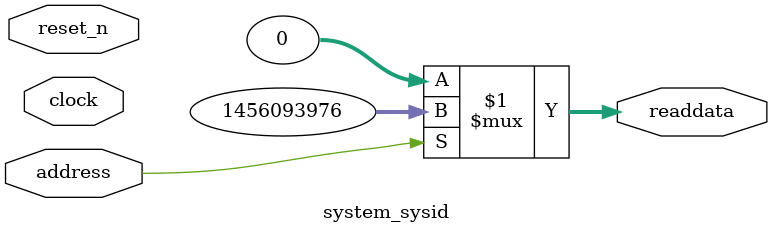
<source format=v>

`timescale 1ns / 1ps
// synthesis translate_on

// turn off superfluous verilog processor warnings 
// altera message_level Level1 
// altera message_off 10034 10035 10036 10037 10230 10240 10030 

module system_sysid (
               // inputs:
                address,
                clock,
                reset_n,

               // outputs:
                readdata
             )
;

  output  [ 31: 0] readdata;
  input            address;
  input            clock;
  input            reset_n;

  wire    [ 31: 0] readdata;
  //control_slave, which is an e_avalon_slave
  assign readdata = address ? 1456093976 : 0;

endmodule




</source>
